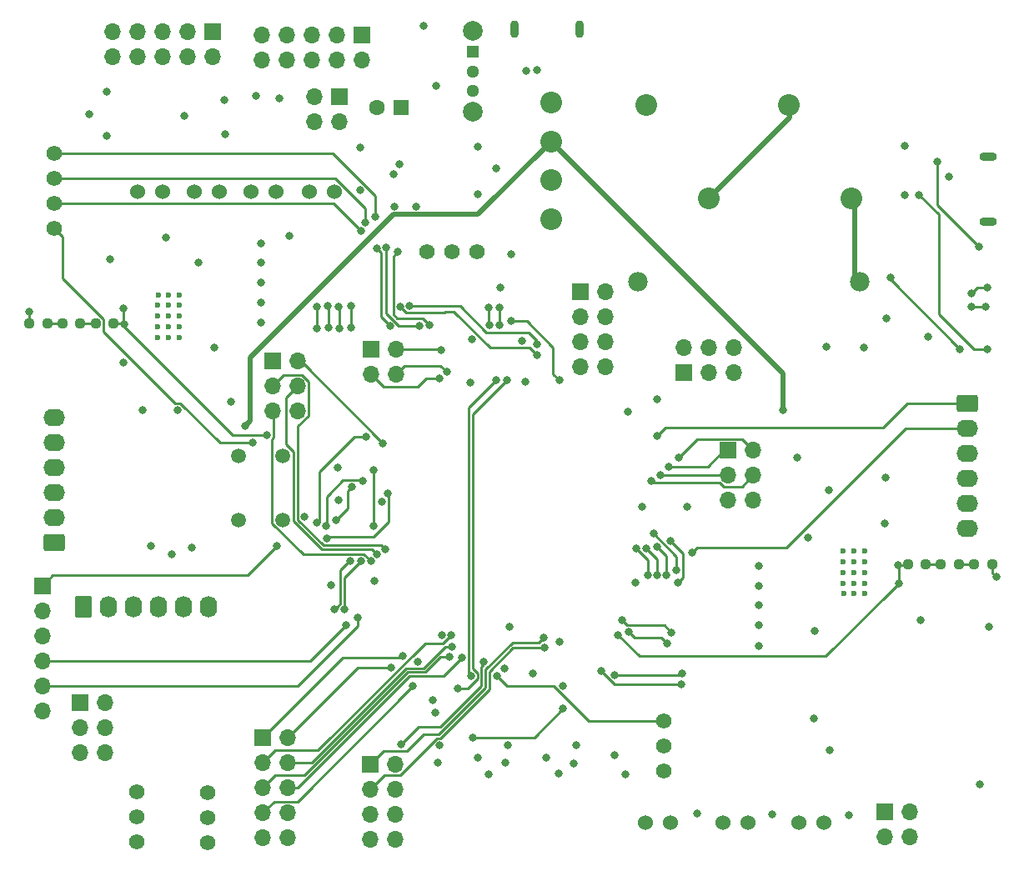
<source format=gbr>
%TF.GenerationSoftware,KiCad,Pcbnew,9.0.2*%
%TF.CreationDate,2025-06-06T13:12:36-07:00*%
%TF.ProjectId,MainBoard,4d61696e-426f-4617-9264-2e6b69636164,0.3*%
%TF.SameCoordinates,Original*%
%TF.FileFunction,Copper,L4,Bot*%
%TF.FilePolarity,Positive*%
%FSLAX46Y46*%
G04 Gerber Fmt 4.6, Leading zero omitted, Abs format (unit mm)*
G04 Created by KiCad (PCBNEW 9.0.2) date 2025-06-06 13:12:36*
%MOMM*%
%LPD*%
G01*
G04 APERTURE LIST*
G04 Aperture macros list*
%AMRoundRect*
0 Rectangle with rounded corners*
0 $1 Rounding radius*
0 $2 $3 $4 $5 $6 $7 $8 $9 X,Y pos of 4 corners*
0 Add a 4 corners polygon primitive as box body*
4,1,4,$2,$3,$4,$5,$6,$7,$8,$9,$2,$3,0*
0 Add four circle primitives for the rounded corners*
1,1,$1+$1,$2,$3*
1,1,$1+$1,$4,$5*
1,1,$1+$1,$6,$7*
1,1,$1+$1,$8,$9*
0 Add four rect primitives between the rounded corners*
20,1,$1+$1,$2,$3,$4,$5,0*
20,1,$1+$1,$4,$5,$6,$7,0*
20,1,$1+$1,$6,$7,$8,$9,0*
20,1,$1+$1,$8,$9,$2,$3,0*%
G04 Aperture macros list end*
%TA.AperFunction,ComponentPad*%
%ADD10O,1.800000X0.900000*%
%TD*%
%TA.AperFunction,ComponentPad*%
%ADD11C,2.209800*%
%TD*%
%TA.AperFunction,ComponentPad*%
%ADD12RoundRect,0.250000X-0.845000X0.620000X-0.845000X-0.620000X0.845000X-0.620000X0.845000X0.620000X0*%
%TD*%
%TA.AperFunction,ComponentPad*%
%ADD13O,2.190000X1.740000*%
%TD*%
%TA.AperFunction,ComponentPad*%
%ADD14C,1.524000*%
%TD*%
%TA.AperFunction,ComponentPad*%
%ADD15C,1.574800*%
%TD*%
%TA.AperFunction,ComponentPad*%
%ADD16RoundRect,0.250000X0.845000X-0.620000X0.845000X0.620000X-0.845000X0.620000X-0.845000X-0.620000X0*%
%TD*%
%TA.AperFunction,ComponentPad*%
%ADD17R,1.700000X1.700000*%
%TD*%
%TA.AperFunction,ComponentPad*%
%ADD18O,1.700000X1.700000*%
%TD*%
%TA.AperFunction,ComponentPad*%
%ADD19C,0.600000*%
%TD*%
%TA.AperFunction,ComponentPad*%
%ADD20R,1.295400X1.295400*%
%TD*%
%TA.AperFunction,ComponentPad*%
%ADD21C,1.295400*%
%TD*%
%TA.AperFunction,ComponentPad*%
%ADD22C,2.000000*%
%TD*%
%TA.AperFunction,ComponentPad*%
%ADD23RoundRect,0.250000X-0.620000X-0.845000X0.620000X-0.845000X0.620000X0.845000X-0.620000X0.845000X0*%
%TD*%
%TA.AperFunction,ComponentPad*%
%ADD24O,1.740000X2.190000*%
%TD*%
%TA.AperFunction,ComponentPad*%
%ADD25C,1.507998*%
%TD*%
%TA.AperFunction,ComponentPad*%
%ADD26R,1.600000X1.600000*%
%TD*%
%TA.AperFunction,ComponentPad*%
%ADD27C,1.600000*%
%TD*%
%TA.AperFunction,ComponentPad*%
%ADD28O,0.900000X1.800000*%
%TD*%
%TA.AperFunction,ComponentPad*%
%ADD29C,1.980000*%
%TD*%
%TA.AperFunction,SMDPad,CuDef*%
%ADD30RoundRect,0.237500X0.250000X0.237500X-0.250000X0.237500X-0.250000X-0.237500X0.250000X-0.237500X0*%
%TD*%
%TA.AperFunction,SMDPad,CuDef*%
%ADD31RoundRect,0.237500X-0.250000X-0.237500X0.250000X-0.237500X0.250000X0.237500X-0.250000X0.237500X0*%
%TD*%
%TA.AperFunction,ViaPad*%
%ADD32C,0.800000*%
%TD*%
%TA.AperFunction,Conductor*%
%ADD33C,0.250000*%
%TD*%
%TA.AperFunction,Conductor*%
%ADD34C,0.500000*%
%TD*%
G04 APERTURE END LIST*
D10*
%TO.P,J9,S6*%
%TO.N,N/C*%
X263900000Y-96700000D03*
%TO.P,J9,S5*%
X263900000Y-103300000D03*
%TD*%
D11*
%TO.P,J5,2,Pin_2*%
%TO.N,Net-(J5-Pin_2)*%
X243650000Y-91460000D03*
%TO.P,J5,1,Pin_1*%
%TO.N,Net-(J5-Pin_1)*%
X250000000Y-100959999D03*
%TD*%
D12*
%TO.P,U11,1,PhaseA*%
%TO.N,/IC1*%
X261800000Y-121800000D03*
D13*
%TO.P,U11,2,PhaseB*%
%TO.N,/IC2*%
X261800000Y-124340000D03*
%TO.P,U11,3,Vcc*%
%TO.N,+3.3V*%
X261800000Y-126880000D03*
%TO.P,U11,4,GND*%
%TO.N,GND*%
X261800000Y-129420000D03*
%TO.P,U11,5,M+*%
%TO.N,Net-(U11-M+)*%
X261800000Y-131960000D03*
%TO.P,U11,6,M-*%
%TO.N,Net-(U11-M-)*%
X261800000Y-134500000D03*
%TD*%
D14*
%TO.P,SW8,1,A*%
%TO.N,+3.3V*%
X189060000Y-100300000D03*
%TO.P,SW8,2,B*%
%TO.N,/Bump2*%
X191600000Y-100300000D03*
%TD*%
D15*
%TO.P,J15,1,Pin_1*%
%TO.N,+3.3V*%
X177450000Y-166350000D03*
%TO.P,J15,2,Pin_2*%
%TO.N,GND*%
X177450000Y-163810000D03*
%TO.P,J15,3,Pin_3*%
%TO.N,/Refl3*%
X177450000Y-161270000D03*
%TD*%
D16*
%TO.P,U12,1,PhaseA*%
%TO.N,/IC3*%
X169100000Y-135890000D03*
D13*
%TO.P,U12,2,PhaseB*%
%TO.N,/IC4*%
X169100000Y-133350000D03*
%TO.P,U12,3,Vcc*%
%TO.N,+3.3V*%
X169100000Y-130810000D03*
%TO.P,U12,4,GND*%
%TO.N,GND*%
X169100000Y-128270000D03*
%TO.P,U12,5,M+*%
%TO.N,Net-(U12-M+)*%
X169100000Y-125730000D03*
%TO.P,U12,6,M-*%
%TO.N,Net-(U12-M-)*%
X169100000Y-123190000D03*
%TD*%
D17*
%TO.P,J1,1,Pin_1*%
%TO.N,Net-(J1-Pin_1)*%
X167850000Y-140300000D03*
D18*
%TO.P,J1,2,Pin_2*%
%TO.N,+3.3V*%
X167850000Y-142840000D03*
%TO.P,J1,3,Pin_3*%
%TO.N,GND*%
X167850000Y-145380000D03*
%TO.P,J1,4,Pin_4*%
%TO.N,Net-(J1-Pin_4)*%
X167850000Y-147920000D03*
%TO.P,J1,5,Pin_5*%
%TO.N,Net-(J1-Pin_5)*%
X167850000Y-150460000D03*
%TO.P,J1,6,Pin_6*%
%TO.N,unconnected-(J1-Pin_6-Pad6)*%
X167850000Y-153000000D03*
%TD*%
D17*
%TO.P,J18,1,Pin_1*%
%TO.N,/SDA2*%
X253360000Y-163300000D03*
D18*
%TO.P,J18,2,Pin_2*%
%TO.N,GND*%
X255900000Y-163300000D03*
%TO.P,J18,3,Pin_3*%
%TO.N,/SCL2*%
X253360000Y-165840000D03*
%TO.P,J18,4,Pin_4*%
%TO.N,GND*%
X255900000Y-165840000D03*
%TD*%
D15*
%TO.P,J14,1,Pin_1*%
%TO.N,+3.3V*%
X184673800Y-166390000D03*
%TO.P,J14,2,Pin_2*%
%TO.N,GND*%
X184673800Y-163850000D03*
%TO.P,J14,3,Pin_3*%
%TO.N,/Refl2*%
X184673800Y-161310000D03*
%TD*%
%TO.P,D8,1,A1*%
%TO.N,Net-(D8-A1)*%
X211990000Y-106376200D03*
%TO.P,D8,2,K*%
%TO.N,GND*%
X209450000Y-106376200D03*
%TO.P,D8,3,A2*%
%TO.N,Net-(D8-A2)*%
X206910000Y-106376200D03*
%TD*%
D17*
%TO.P,J3,1,Pin_1*%
%TO.N,+5V*%
X200300000Y-84360000D03*
D18*
%TO.P,J3,2,Pin_2*%
%TO.N,GND*%
X200300000Y-86900000D03*
%TO.P,J3,3,Pin_3*%
%TO.N,+5V*%
X197760000Y-84360000D03*
%TO.P,J3,4,Pin_4*%
%TO.N,GND*%
X197760000Y-86900000D03*
%TO.P,J3,5,Pin_5*%
%TO.N,+5V*%
X195220000Y-84360000D03*
%TO.P,J3,6,Pin_6*%
%TO.N,GND*%
X195220000Y-86900000D03*
%TO.P,J3,7,Pin_7*%
%TO.N,+5V*%
X192680000Y-84360000D03*
%TO.P,J3,8,Pin_8*%
%TO.N,GND*%
X192680000Y-86900000D03*
%TO.P,J3,9,Pin_9*%
%TO.N,+5V*%
X190140000Y-84360000D03*
%TO.P,J3,10,Pin_10*%
%TO.N,GND*%
X190140000Y-86900000D03*
%TD*%
D19*
%TO.P,U10,29,PAD*%
%TO.N,GND*%
X179600000Y-111799999D03*
X179600000Y-112899999D03*
X179600000Y-113999999D03*
X179600000Y-115100000D03*
X179620000Y-110779999D03*
X180700000Y-110779999D03*
X180700000Y-115100000D03*
X180700003Y-111799999D03*
X180700003Y-112899999D03*
X180700003Y-113999999D03*
X181760000Y-110779999D03*
X181800000Y-111799999D03*
X181800000Y-112899999D03*
X181800000Y-113999999D03*
X181800000Y-115100000D03*
%TD*%
D17*
%TO.P,J21,1,Pin_1*%
%TO.N,/RH15*%
X233010000Y-118650000D03*
D18*
%TO.P,J21,2,Pin_2*%
%TO.N,/RH14*%
X233010000Y-116110000D03*
%TO.P,J21,3,Pin_3*%
%TO.N,/RH13*%
X235550000Y-118650000D03*
%TO.P,J21,4,Pin_4*%
%TO.N,/RH12*%
X235550000Y-116110000D03*
%TO.P,J21,5,Pin_5*%
%TO.N,GND*%
X238090000Y-118650000D03*
%TO.P,J21,6,Pin_6*%
X238090000Y-116110000D03*
%TD*%
D17*
%TO.P,J19,1,Pin_1*%
%TO.N,/SCK4*%
X237510000Y-126560000D03*
D18*
%TO.P,J19,2,Pin_2*%
%TO.N,/SDI4*%
X240050000Y-126560000D03*
%TO.P,J19,3,Pin_3*%
%TO.N,/SS4\u002A*%
X237510000Y-129100000D03*
%TO.P,J19,4,Pin_4*%
%TO.N,/SDO4*%
X240050000Y-129100000D03*
%TO.P,J19,5,Pin_5*%
%TO.N,GND*%
X237510000Y-131640000D03*
%TO.P,J19,6,Pin_6*%
X240050000Y-131640000D03*
%TD*%
D20*
%TO.P,SW2,1,A*%
%TO.N,Net-(J4-VBUS)*%
X211550000Y-86049999D03*
D21*
%TO.P,SW2,2,B*%
%TO.N,+5V*%
X211550000Y-88050000D03*
%TO.P,SW2,3,C*%
%TO.N,unconnected-(SW2-C-Pad3)*%
X211550000Y-90050001D03*
D22*
%TO.P,SW2,4*%
%TO.N,N/C*%
X211550000Y-83949999D03*
%TO.P,SW2,5*%
X211550000Y-92150000D03*
%TD*%
D19*
%TO.P,U13,29,PAD*%
%TO.N,GND*%
X251400000Y-140099999D03*
X251400000Y-138999999D03*
X251400000Y-137899999D03*
X251400000Y-136799998D03*
X251380000Y-141119999D03*
X250300000Y-141119999D03*
X250300000Y-136799998D03*
X250299997Y-140099999D03*
X250299997Y-138999999D03*
X250299997Y-137899999D03*
X249240000Y-141119999D03*
X249200000Y-140099999D03*
X249200000Y-138999999D03*
X249200000Y-137899999D03*
X249200000Y-136799998D03*
%TD*%
D23*
%TO.P,J20,1,Pin_1*%
%TO.N,/SCK2*%
X172055000Y-142450000D03*
D24*
%TO.P,J20,2,Pin_2*%
%TO.N,/SS2\u002A*%
X174595000Y-142450000D03*
%TO.P,J20,3,Pin_3*%
%TO.N,/SDO2*%
X177135000Y-142450000D03*
%TO.P,J20,4,Pin_4*%
%TO.N,/SDI2*%
X179675000Y-142450000D03*
%TO.P,J20,5,Pin_5*%
%TO.N,GND*%
X182215000Y-142450000D03*
%TO.P,J20,6,Pin_6*%
X184755000Y-142450000D03*
%TD*%
D17*
%TO.P,J8,1,Pin_1*%
%TO.N,/SCK3*%
X201160000Y-158430000D03*
D18*
%TO.P,J8,2,Pin_2*%
%TO.N,/SDO3*%
X203700000Y-158430000D03*
%TO.P,J8,3,Pin_3*%
%TO.N,/SS3\u002A*%
X201160000Y-160970000D03*
%TO.P,J8,4,Pin_4*%
%TO.N,/SDI3*%
X203700000Y-160970000D03*
%TO.P,J8,5,Pin_5*%
%TO.N,GND*%
X201160000Y-163510000D03*
%TO.P,J8,6,Pin_6*%
X203700000Y-163510000D03*
%TO.P,J8,7,Pin_7*%
%TO.N,/U4RX*%
X201160000Y-166050000D03*
%TO.P,J8,8,Pin_8*%
%TO.N,/U4TX*%
X203700000Y-166050000D03*
%TD*%
D17*
%TO.P,J2,1,Pin_1*%
%TO.N,Net-(J2-Pin_1)*%
X185140000Y-84060000D03*
D18*
%TO.P,J2,2,Pin_2*%
%TO.N,GND*%
X185140000Y-86600000D03*
%TO.P,J2,3,Pin_3*%
%TO.N,Net-(J2-Pin_1)*%
X182600000Y-84060000D03*
%TO.P,J2,4,Pin_4*%
%TO.N,GND*%
X182600000Y-86600000D03*
%TO.P,J2,5,Pin_5*%
%TO.N,Net-(J2-Pin_1)*%
X180060000Y-84060000D03*
%TO.P,J2,6,Pin_6*%
%TO.N,GND*%
X180060000Y-86600000D03*
%TO.P,J2,7,Pin_7*%
%TO.N,Net-(J2-Pin_1)*%
X177520000Y-84060000D03*
%TO.P,J2,8,Pin_8*%
%TO.N,GND*%
X177520000Y-86600000D03*
%TO.P,J2,9,Pin_9*%
%TO.N,Net-(J2-Pin_1)*%
X174980000Y-84060000D03*
%TO.P,J2,10,Pin_10*%
%TO.N,GND*%
X174980000Y-86600000D03*
%TD*%
D17*
%TO.P,J23,1,Pin_1*%
%TO.N,/U5TX*%
X171660000Y-152150000D03*
D18*
%TO.P,J23,2,Pin_2*%
%TO.N,/U5RX*%
X174200000Y-152150000D03*
%TO.P,J23,3,Pin_3*%
%TO.N,/U6TX*%
X171660000Y-154690000D03*
%TO.P,J23,4,Pin_4*%
%TO.N,/U6RX*%
X174200000Y-154690000D03*
%TO.P,J23,5,Pin_5*%
%TO.N,GND*%
X171660000Y-157230000D03*
%TO.P,J23,6,Pin_6*%
X174200000Y-157230000D03*
%TD*%
D14*
%TO.P,SW6,1,1*%
%TO.N,+3.3V*%
X231610128Y-164351200D03*
%TO.P,SW6,2,2*%
%TO.N,/Switch1*%
X229070128Y-164351200D03*
%TD*%
%TO.P,SW10,1,A*%
%TO.N,+3.3V*%
X177510000Y-100300000D03*
%TO.P,SW10,2,B*%
%TO.N,/Bump4*%
X180050000Y-100300000D03*
%TD*%
%TO.P,SW4,1,1*%
%TO.N,+3.3V*%
X239490128Y-164375000D03*
%TO.P,SW4,2,2*%
%TO.N,/Switch2*%
X236950128Y-164375000D03*
%TD*%
%TO.P,SW5,1,1*%
%TO.N,+3.3V*%
X247230128Y-164375000D03*
%TO.P,SW5,2,2*%
%TO.N,/Switch3*%
X244690128Y-164375000D03*
%TD*%
D17*
%TO.P,J25,1,Pin_1*%
%TO.N,/RE4*%
X201250000Y-116275000D03*
D18*
%TO.P,J25,2,Pin_2*%
%TO.N,/RE1*%
X203790000Y-116275000D03*
%TO.P,J25,3,Pin_3*%
%TO.N,/RG12*%
X201250000Y-118815000D03*
%TO.P,J25,4,Pin_4*%
%TO.N,/RG14*%
X203790000Y-118815000D03*
%TD*%
D25*
%TO.P,SW1,1*%
%TO.N,GND*%
X192300001Y-127099998D03*
%TO.P,SW1,2*%
%TO.N,N/C*%
X192300001Y-133600000D03*
%TO.P,SW1,3*%
X187800000Y-127099998D03*
%TO.P,SW1,4*%
%TO.N,Net-(C1-Pad1)*%
X187800000Y-133600000D03*
%TD*%
D17*
%TO.P,J26,1,Pin_1*%
%TO.N,+3.3V*%
X222460000Y-110400000D03*
D18*
%TO.P,J26,2,Pin_2*%
%TO.N,GND*%
X225000000Y-110400000D03*
%TO.P,J26,3,Pin_3*%
%TO.N,/IMU_INT2*%
X222460000Y-112940000D03*
%TO.P,J26,4,Pin_4*%
%TO.N,/SCK1*%
X225000000Y-112940000D03*
%TO.P,J26,5,Pin_5*%
%TO.N,/IMU_INT1*%
X222460000Y-115480000D03*
%TO.P,J26,6,Pin_6*%
%TO.N,/SS1\u002A*%
X225000000Y-115480000D03*
%TO.P,J26,7,Pin_7*%
%TO.N,/SDO1*%
X222460000Y-118020000D03*
%TO.P,J26,8,Pin_8*%
%TO.N,/SDI1*%
X225000000Y-118020000D03*
%TD*%
D11*
%TO.P,SW3,1,1*%
%TO.N,+5V*%
X219500000Y-103087200D03*
%TO.P,SW3,2,2*%
%TO.N,Net-(J4-VBUS)*%
X219500000Y-99124800D03*
%TO.P,SW3,3,3*%
%TO.N,Vdrive*%
X219500000Y-95162400D03*
%TO.P,SW3,4,4*%
%TO.N,Net-(F1-Pad1)*%
X219500000Y-91200000D03*
%TD*%
D26*
%TO.P,C15,1*%
%TO.N,+5V*%
X204305113Y-91700000D03*
D27*
%TO.P,C15,2*%
%TO.N,GND*%
X201805113Y-91700000D03*
%TD*%
D28*
%TO.P,J4,S5*%
%TO.N,N/C*%
X222400000Y-83800000D03*
%TO.P,J4,S6*%
X215800000Y-83800000D03*
%TD*%
D29*
%TO.P,F1,1*%
%TO.N,Net-(F1-Pad1)*%
X228350000Y-109400000D03*
%TO.P,F1,2*%
%TO.N,Net-(J5-Pin_1)*%
X250850000Y-109400000D03*
%TD*%
D15*
%TO.P,J13,1,Pin_1*%
%TO.N,+3.3V*%
X230973800Y-159140000D03*
%TO.P,J13,2,Pin_2*%
%TO.N,GND*%
X230973800Y-156600000D03*
%TO.P,J13,3,Pin_3*%
%TO.N,/Refl1*%
X230973800Y-154060000D03*
%TD*%
D14*
%TO.P,SW9,1,A*%
%TO.N,+3.3V*%
X183310000Y-100300000D03*
%TO.P,SW9,2,B*%
%TO.N,/Bump3*%
X185850000Y-100300000D03*
%TD*%
D11*
%TO.P,J6,1,Pin_1*%
%TO.N,Net-(J5-Pin_2)*%
X235500000Y-101000000D03*
%TO.P,J6,2,Pin_2*%
%TO.N,GND*%
X229150000Y-91500001D03*
%TD*%
D14*
%TO.P,SW7,1,A*%
%TO.N,+3.3V*%
X195000000Y-100300000D03*
%TO.P,SW7,2,B*%
%TO.N,/Bump1*%
X197540000Y-100300000D03*
%TD*%
D15*
%TO.P,J24,1,Pin_1*%
%TO.N,/U2TX*%
X169100000Y-104000000D03*
%TO.P,J24,2,Pin_2*%
%TO.N,/U2RX*%
X169100000Y-101460000D03*
%TO.P,J24,3,Pin_3*%
%TO.N,/GPS_Reset*%
X169100000Y-98920000D03*
%TO.P,J24,4,Pin_4*%
%TO.N,/GPS_INT*%
X169100000Y-96380000D03*
%TD*%
D17*
%TO.P,J7,1,Pin_1*%
%TO.N,/RA9*%
X190250000Y-155740000D03*
D18*
%TO.P,J7,2,Pin_2*%
%TO.N,/RA10*%
X192790000Y-155740000D03*
%TO.P,J7,3,Pin_3*%
%TO.N,/RH0*%
X190250000Y-158280000D03*
%TO.P,J7,4,Pin_4*%
%TO.N,/RH1*%
X192790000Y-158280000D03*
%TO.P,J7,5,Pin_5*%
%TO.N,/RH2*%
X190250000Y-160820000D03*
%TO.P,J7,6,Pin_6*%
%TO.N,/RH3*%
X192790000Y-160820000D03*
%TO.P,J7,7,Pin_7*%
%TO.N,/RB8*%
X190250000Y-163360000D03*
%TO.P,J7,8,Pin_8*%
%TO.N,/RK1*%
X192790000Y-163360000D03*
%TO.P,J7,9,Pin_9*%
%TO.N,/RK2*%
X190250000Y-165900000D03*
%TO.P,J7,10,Pin_10*%
%TO.N,/RK3*%
X192790000Y-165900000D03*
%TD*%
D17*
%TO.P,J16,1,Pin_1*%
%TO.N,/RE7*%
X191210000Y-117510000D03*
D18*
%TO.P,J16,2,Pin_2*%
%TO.N,/RJ8*%
X193750000Y-117510000D03*
%TO.P,J16,3,Pin_3*%
%TO.N,/RJ13*%
X191210000Y-120050000D03*
%TO.P,J16,4,Pin_4*%
%TO.N,/RJ14*%
X193750000Y-120050000D03*
%TO.P,J16,5,Pin_5*%
%TO.N,/RJ15*%
X191210000Y-122590000D03*
%TO.P,J16,6,Pin_6*%
%TO.N,GND*%
X193750000Y-122590000D03*
%TD*%
D17*
%TO.P,J22,1,Pin_1*%
%TO.N,/U3TX*%
X198050000Y-90650000D03*
D18*
%TO.P,J22,2,Pin_2*%
%TO.N,GND*%
X198050000Y-93190000D03*
%TO.P,J22,3,Pin_3*%
%TO.N,/U3RX*%
X195510000Y-90650000D03*
%TO.P,J22,4,Pin_4*%
%TO.N,GND*%
X195510000Y-93190000D03*
%TD*%
D30*
%TO.P,R49,1*%
%TO.N,Net-(R49-Pad1)*%
X260925000Y-138125000D03*
%TO.P,R49,2*%
%TO.N,Net-(R36-Pad1)*%
X259100000Y-138125000D03*
%TD*%
D31*
%TO.P,R26,1*%
%TO.N,Net-(R26-Pad1)*%
X173275000Y-113700000D03*
%TO.P,R26,2*%
%TO.N,/MotorCurrent1*%
X175100000Y-113700000D03*
%TD*%
D30*
%TO.P,R36,1*%
%TO.N,Net-(R36-Pad1)*%
X257562500Y-138125000D03*
%TO.P,R36,2*%
%TO.N,/MotorCurrent2*%
X255737500Y-138125000D03*
%TD*%
D31*
%TO.P,R47,1*%
%TO.N,Net-(R47-Pad1)*%
X169900000Y-113700000D03*
%TO.P,R47,2*%
%TO.N,Net-(R26-Pad1)*%
X171725000Y-113700000D03*
%TD*%
%TO.P,R48,1*%
%TO.N,GND*%
X166525000Y-113700000D03*
%TO.P,R48,2*%
%TO.N,Net-(R47-Pad1)*%
X168350000Y-113700000D03*
%TD*%
D30*
%TO.P,R50,1*%
%TO.N,GND*%
X264300000Y-138125000D03*
%TO.P,R50,2*%
%TO.N,Net-(R49-Pad1)*%
X262475000Y-138125000D03*
%TD*%
D32*
%TO.N,Net-(D9-K)*%
X263800000Y-110000000D03*
X262200000Y-110600000D03*
%TO.N,GND*%
X259900000Y-98750000D03*
X257800000Y-115000000D03*
X253600000Y-113130000D03*
%TO.N,+3.3V*%
X261050354Y-116250353D03*
X254000000Y-109000000D03*
X255400000Y-95600000D03*
X255400000Y-100600000D03*
%TO.N,Net-(D9-A)*%
X258700000Y-97200000D03*
X263000000Y-105900000D03*
%TO.N,Net-(D10-K)*%
X262200500Y-112000000D03*
X263600000Y-112000000D03*
%TO.N,Net-(D10-A)*%
X256900000Y-100600000D03*
X263800000Y-116300000D03*
%TO.N,GND*%
X247500000Y-116000000D03*
X183050000Y-136400000D03*
X208200000Y-156500000D03*
X202310556Y-131798056D03*
X216925501Y-119600000D03*
X215100000Y-156500000D03*
X176100000Y-117650000D03*
X215258526Y-144491472D03*
X220400333Y-145999667D03*
X212100000Y-100500000D03*
X213900000Y-97900000D03*
X197859787Y-128309787D03*
X187000000Y-121600000D03*
X247800000Y-157000000D03*
X225994063Y-157486643D03*
X222100000Y-156500000D03*
X217700000Y-149250000D03*
X253500000Y-129300000D03*
X192950000Y-104750000D03*
X257050000Y-143825500D03*
X251300000Y-116100000D03*
X247700000Y-130600000D03*
X180400000Y-104900000D03*
X244500000Y-127300000D03*
X186400000Y-94400000D03*
X181034787Y-137084787D03*
X172600000Y-92400000D03*
X249790128Y-163575000D03*
X166525000Y-112500000D03*
X189575000Y-90550000D03*
X174750000Y-107150000D03*
X218100000Y-87900000D03*
X191950000Y-90800000D03*
X246300000Y-144900000D03*
X263950000Y-144450000D03*
X201562500Y-139850000D03*
X241990128Y-163525000D03*
X217000000Y-88000000D03*
X263050000Y-160500000D03*
X253400000Y-134000000D03*
X183750000Y-107450000D03*
X204100000Y-97500000D03*
X178050000Y-122450000D03*
X206600000Y-83475000D03*
X174400000Y-90100000D03*
X181600000Y-122450000D03*
X207500000Y-151950000D03*
X174400000Y-94600000D03*
X186300000Y-91000000D03*
X219000000Y-157800000D03*
X211300000Y-119700000D03*
X178900000Y-136250000D03*
X264700000Y-139425000D03*
X182300000Y-92600000D03*
X228776944Y-132276944D03*
X200100000Y-95800000D03*
X200100000Y-100100000D03*
X212100000Y-95700000D03*
X228050000Y-140000000D03*
X208426944Y-145326944D03*
X212100000Y-157800000D03*
X234340128Y-163475000D03*
X227336051Y-122636051D03*
%TO.N,+3.3V*%
X194500000Y-133300000D03*
X245600000Y-135400000D03*
X216600000Y-115400000D03*
X213200000Y-159500000D03*
X240600000Y-146400000D03*
X240600000Y-142300000D03*
X240600000Y-144300000D03*
X190100000Y-111550000D03*
X214900000Y-158300000D03*
X240600000Y-138300000D03*
X207800000Y-89500000D03*
X190050000Y-107500000D03*
X230300000Y-121400000D03*
X203500000Y-98500000D03*
X190100000Y-113550000D03*
X205950000Y-148000000D03*
X205800000Y-101800000D03*
X208000000Y-158300000D03*
X185300000Y-116100000D03*
X240600000Y-140300000D03*
X214800356Y-148700351D03*
X190050000Y-109550000D03*
X220300000Y-159400000D03*
X190100000Y-105500000D03*
X197200000Y-140213420D03*
X203600000Y-101800000D03*
X246200000Y-153800000D03*
X227100000Y-159500000D03*
X220700000Y-150450000D03*
X214350000Y-110050000D03*
X207750000Y-153162500D03*
X197900000Y-131650000D03*
X211500000Y-115300000D03*
X221800000Y-158400000D03*
X215485556Y-106664444D03*
X233300000Y-132250000D03*
%TO.N,Net-(J1-Pin_1)*%
X191650000Y-136275000D03*
%TO.N,Net-(J1-Pin_4)*%
X198700000Y-144309814D03*
%TO.N,Net-(J1-Pin_5)*%
X199875000Y-143525000D03*
%TO.N,/RB8*%
X205500000Y-150500000D03*
%TO.N,/Refl1*%
X214000000Y-149450000D03*
%TO.N,/Refl2*%
X198499503Y-142700000D03*
X200200000Y-137775000D03*
%TO.N,/Refl3*%
X197550000Y-142700000D03*
X199100000Y-137775000D03*
%TO.N,/SDA2*%
X232389694Y-140018292D03*
X231653888Y-135796112D03*
%TO.N,/SCL2*%
X229926944Y-135023056D03*
X232250000Y-138700000D03*
%TO.N,/RH0*%
X209401731Y-145306046D03*
%TO.N,/RH1*%
X209439127Y-146514762D03*
%TO.N,/RJ13*%
X202657370Y-136624500D03*
%TO.N,/RH2*%
X209200000Y-147550000D03*
%TO.N,/RJ14*%
X201821956Y-137075764D03*
%TO.N,/RH3*%
X210450000Y-147600000D03*
%TO.N,/RJ15*%
X201239950Y-137825980D03*
%TO.N,/U2TX*%
X189250000Y-125800000D03*
%TO.N,/U2RX*%
X203166055Y-113933945D03*
X200200000Y-104250000D03*
X201800000Y-106050000D03*
%TO.N,/U3TX*%
X205150000Y-111900000D03*
X218100000Y-115800000D03*
%TO.N,/U3RX*%
X218100000Y-116900000D03*
X204202910Y-111967649D03*
%TO.N,/RA9*%
X204430444Y-147480444D03*
%TO.N,/RA10*%
X203280444Y-148630444D03*
%TO.N,/U6TX*%
X201450000Y-134250000D03*
X201510340Y-128575500D03*
%TO.N,/Switch1*%
X228165980Y-136525500D03*
X229350000Y-139250000D03*
%TO.N,/RG12*%
X208209423Y-119227463D03*
%TO.N,/RG14*%
X208900000Y-118575000D03*
%TO.N,/SCK3*%
X218724501Y-145550000D03*
%TO.N,/SDO3*%
X212650000Y-148000000D03*
X204300000Y-156400000D03*
%TO.N,/SS3\u002A*%
X218850000Y-146600000D03*
%TO.N,/RE1*%
X208325000Y-116350000D03*
%TO.N,/SCK4*%
X231450000Y-128200000D03*
%TO.N,/SDO4*%
X229650000Y-129700000D03*
%TO.N,/Switch2*%
X230300000Y-139250000D03*
X229200000Y-136525500D03*
%TO.N,/Switch3*%
X230300000Y-136350000D03*
X231249503Y-139250000D03*
%TO.N,/SS4\u002A*%
X230596809Y-129043540D03*
%TO.N,/SDI4*%
X232457370Y-127307370D03*
%TO.N,/SDO5*%
X211359787Y-149459786D03*
X213924500Y-119400000D03*
%TO.N,/SDI5*%
X215050000Y-119400000D03*
X210051906Y-150710761D03*
%TO.N,/SCK6*%
X232850000Y-149250000D03*
X225975500Y-149396660D03*
%TO.N,/SDO6*%
X231750000Y-145050000D03*
X226701000Y-143800000D03*
%TO.N,/SS6\u002A*%
X224612476Y-148987524D03*
X232700000Y-150350000D03*
%TO.N,/SDI6*%
X227375500Y-144974500D03*
X231324500Y-146200000D03*
%TO.N,/SCK2*%
X196674032Y-134197201D03*
X200400000Y-129675500D03*
%TO.N,/SDI2*%
X197699266Y-133672527D03*
X199300000Y-130274500D03*
%TO.N,/SDO2*%
X202900000Y-130924501D03*
X196775868Y-135532616D03*
%TO.N,/IC2*%
X233850000Y-136925500D03*
%TO.N,/IC3*%
X195767244Y-133915616D03*
X200700000Y-125150000D03*
%TO.N,/IC1*%
X230299527Y-125075500D03*
%TO.N,/Bump1*%
X199200000Y-111850000D03*
X199200000Y-114075000D03*
%TO.N,/Bump2*%
X197950000Y-111950000D03*
X198000000Y-114125000D03*
%TO.N,/Bump3*%
X196900000Y-114100000D03*
X196875000Y-111900000D03*
%TO.N,/Bump4*%
X195750000Y-111950000D03*
X195700000Y-114150000D03*
%TO.N,/LED2*%
X211600000Y-155700000D03*
X220719870Y-152769870D03*
%TO.N,/GPS_INT*%
X207175000Y-113824500D03*
X201700000Y-102850000D03*
X203950000Y-106400000D03*
%TO.N,/GPS_Reset*%
X200650000Y-103400000D03*
X206175000Y-113875000D03*
X202800000Y-105950000D03*
%TO.N,/Status_Yellow*%
X214250000Y-113824500D03*
X214250000Y-112025500D03*
%TO.N,/Status_Green*%
X213250000Y-113824500D03*
X213200000Y-112025500D03*
%TO.N,Vdrive*%
X188450000Y-124100000D03*
X243100000Y-122500000D03*
%TO.N,/MotorCurrent1*%
X176125000Y-112100500D03*
X176175000Y-113725500D03*
X190673056Y-124973056D03*
%TO.N,/MotorCurrent2*%
X254773435Y-138174498D03*
X254800000Y-140100000D03*
X226324500Y-145300000D03*
%TO.N,/Dir2*%
X220339194Y-119414695D03*
X215459674Y-113413562D03*
%TO.N,/RJ8*%
X202460933Y-125864821D03*
%TD*%
D33*
%TO.N,+3.3V*%
X261050354Y-116250353D02*
X254000000Y-109199999D01*
X254000000Y-109199999D02*
X254000000Y-109000000D01*
%TO.N,Net-(D9-K)*%
X262800000Y-110000000D02*
X262200000Y-110600000D01*
X263800000Y-110000000D02*
X262800000Y-110000000D01*
%TO.N,Net-(D10-K)*%
X262200500Y-112000000D02*
X263600000Y-112000000D01*
%TO.N,Net-(D10-A)*%
X258900000Y-102600000D02*
X258900000Y-112754595D01*
X258900000Y-112754595D02*
X262445405Y-116300000D01*
X262445405Y-116300000D02*
X263800000Y-116300000D01*
X256900000Y-100600000D02*
X258900000Y-102600000D01*
%TO.N,Net-(D9-A)*%
X258700000Y-101600000D02*
X263000000Y-105900000D01*
X258700000Y-97200000D02*
X258700000Y-101600000D01*
%TO.N,/IC1*%
X255695000Y-121800000D02*
X261800000Y-121800000D01*
X253245000Y-124250000D02*
X255695000Y-121800000D01*
X231125027Y-124250000D02*
X253245000Y-124250000D01*
X230299527Y-125075500D02*
X231125027Y-124250000D01*
%TO.N,/IC2*%
X243420000Y-136400000D02*
X255480000Y-124340000D01*
X234375500Y-136400000D02*
X243420000Y-136400000D01*
X233850000Y-136925500D02*
X234375500Y-136400000D01*
X255480000Y-124340000D02*
X261800000Y-124340000D01*
%TO.N,GND*%
X166525000Y-112500000D02*
X166525000Y-113700000D01*
X264300000Y-138125000D02*
X264300000Y-139025000D01*
X264300000Y-139025000D02*
X264700000Y-139425000D01*
%TO.N,Net-(J1-Pin_1)*%
X167850000Y-140300000D02*
X168905000Y-139245000D01*
X168905000Y-139245000D02*
X188680000Y-139245000D01*
X188680000Y-139245000D02*
X191650000Y-136275000D01*
%TO.N,Net-(J1-Pin_4)*%
X167850000Y-147920000D02*
X195089814Y-147920000D01*
X195089814Y-147920000D02*
X198700000Y-144309814D01*
%TO.N,Net-(J1-Pin_5)*%
X199875000Y-144375000D02*
X193790000Y-150460000D01*
X193790000Y-150460000D02*
X167850000Y-150460000D01*
X199875000Y-143525000D02*
X199875000Y-144375000D01*
%TO.N,/RB8*%
X193766000Y-162234000D02*
X205500000Y-150500000D01*
X191376000Y-162234000D02*
X193766000Y-162234000D01*
X190250000Y-163360000D02*
X191376000Y-162234000D01*
%TO.N,/Refl1*%
X215050000Y-150500000D02*
X219795405Y-150500000D01*
X223355405Y-154060000D02*
X230973800Y-154060000D01*
X214000000Y-149450000D02*
X215050000Y-150500000D01*
X219795405Y-150500000D02*
X223355405Y-154060000D01*
%TO.N,/Refl2*%
X198499503Y-139500497D02*
X198499503Y-142700000D01*
X200200000Y-137800000D02*
X198499503Y-139500497D01*
X200200000Y-137775000D02*
X200200000Y-137800000D01*
%TO.N,/Refl3*%
X198099503Y-142145405D02*
X197824503Y-142420405D01*
X197824503Y-142420405D02*
X197824503Y-142425497D01*
X197824503Y-142425497D02*
X197550000Y-142700000D01*
X199025000Y-137775000D02*
X198099503Y-138700497D01*
X199100000Y-137775000D02*
X199025000Y-137775000D01*
X198099503Y-138700497D02*
X198099503Y-142145405D01*
%TO.N,/SDA2*%
X232925000Y-139482986D02*
X232389694Y-140018292D01*
X231653888Y-135796112D02*
X232925000Y-137067224D01*
X232925000Y-137067224D02*
X232925000Y-139482986D01*
%TO.N,/SCL2*%
X232250000Y-137346112D02*
X229926944Y-135023056D01*
X232250000Y-138700000D02*
X232250000Y-137346112D01*
%TO.N,/RH0*%
X208548196Y-146159581D02*
X206740419Y-146159581D01*
X191480000Y-157050000D02*
X190720000Y-157810000D01*
X195850000Y-157050000D02*
X191480000Y-157050000D01*
X206740419Y-146159581D02*
X195850000Y-157050000D01*
X209401731Y-145306046D02*
X208548196Y-146159581D01*
%TO.N,/RH1*%
X195185686Y-158280000D02*
X193220000Y-158280000D01*
X204790686Y-148675000D02*
X195185686Y-158280000D01*
X208758701Y-146514762D02*
X206598463Y-148675000D01*
X209439127Y-146514762D02*
X208758701Y-146514762D01*
X206598463Y-148675000D02*
X204790686Y-148675000D01*
%TO.N,/RJ13*%
X196407616Y-136207616D02*
X193825000Y-133625000D01*
X202232870Y-136200000D02*
X197063079Y-136200000D01*
X193825000Y-133625000D02*
X193825000Y-124105991D01*
X192335000Y-118925000D02*
X191210000Y-120050000D01*
X202657370Y-136624500D02*
X202232870Y-136200000D01*
X197055463Y-136207616D02*
X196407616Y-136207616D01*
X194215991Y-118925000D02*
X192335000Y-118925000D01*
X194875000Y-119584009D02*
X194215991Y-118925000D01*
X193825000Y-124105991D02*
X194875000Y-123055991D01*
X197063079Y-136200000D02*
X197055463Y-136207616D01*
X194875000Y-123055991D02*
X194875000Y-119584009D01*
%TO.N,/RH2*%
X191520000Y-159550000D02*
X190250000Y-160820000D01*
X208289149Y-147550000D02*
X206764148Y-149075000D01*
X194481372Y-159550000D02*
X191520000Y-159550000D01*
X204956372Y-149075000D02*
X194481372Y-159550000D01*
X206764148Y-149075000D02*
X204956372Y-149075000D01*
X209200000Y-147550000D02*
X208289149Y-147550000D01*
%TO.N,/RJ14*%
X197221148Y-136607616D02*
X196241931Y-136607616D01*
X196241931Y-136607616D02*
X193329000Y-133694685D01*
X193329000Y-133694685D02*
X193329000Y-126673772D01*
X193329000Y-126673772D02*
X192625000Y-125969772D01*
X197228764Y-136600000D02*
X197221148Y-136607616D01*
X201821956Y-137075764D02*
X201346192Y-136600000D01*
X192625000Y-125969772D02*
X192625000Y-121175000D01*
X192625000Y-121175000D02*
X193750000Y-120050000D01*
X201346192Y-136600000D02*
X197228764Y-136600000D01*
%TO.N,/RH3*%
X208575000Y-149475000D02*
X210450000Y-147600000D01*
X193777058Y-160820000D02*
X205122058Y-149475000D01*
X205122058Y-149475000D02*
X208575000Y-149475000D01*
X193220000Y-160820000D02*
X193777058Y-160820000D01*
%TO.N,/RJ15*%
X191200354Y-125400353D02*
X191348056Y-125252651D01*
X200514470Y-137100500D02*
X194345276Y-137100500D01*
X201239950Y-137825980D02*
X200514470Y-137100500D01*
X194345276Y-137100500D02*
X191200354Y-133955578D01*
X191200354Y-133955578D02*
X191200354Y-125400353D01*
X191348056Y-125252651D02*
X191348056Y-122728056D01*
%TO.N,/U2TX*%
X169950000Y-104850000D02*
X169950000Y-109125000D01*
X174075000Y-114500000D02*
X181350000Y-121775000D01*
X181879595Y-121775000D02*
X185904595Y-125800000D01*
X174075000Y-113250000D02*
X174075000Y-114500000D01*
X181350000Y-121775000D02*
X181879595Y-121775000D01*
X185904595Y-125800000D02*
X189250000Y-125800000D01*
X169100000Y-104000000D02*
X169950000Y-104850000D01*
X169950000Y-109125000D02*
X174075000Y-113250000D01*
%TO.N,/U2RX*%
X169100000Y-101460000D02*
X197410000Y-101460000D01*
X197410000Y-101460000D02*
X200200000Y-104250000D01*
X202250000Y-113017890D02*
X202250000Y-106500000D01*
X202250000Y-106500000D02*
X201800000Y-106050000D01*
X203166055Y-113933945D02*
X202250000Y-113017890D01*
%TO.N,/U3TX*%
X217250000Y-114550000D02*
X212950000Y-114550000D01*
X218100000Y-115400000D02*
X217250000Y-114550000D01*
X218100000Y-115800000D02*
X218100000Y-115400000D01*
X212950000Y-114550000D02*
X210300000Y-111900000D01*
X210300000Y-111900000D02*
X205150000Y-111900000D01*
%TO.N,/U3RX*%
X208725000Y-112575000D02*
X204810261Y-112575000D01*
X204810261Y-112575000D02*
X204202910Y-111967649D01*
X209654595Y-112500000D02*
X208800000Y-112500000D01*
X208800000Y-112500000D02*
X208725000Y-112575000D01*
X213304595Y-116150000D02*
X209654595Y-112500000D01*
X218100000Y-116900000D02*
X217350000Y-116150000D01*
X217350000Y-116150000D02*
X213304595Y-116150000D01*
%TO.N,/RA9*%
X204430444Y-147480444D02*
X204310888Y-147600000D01*
X198390000Y-147600000D02*
X190720000Y-155270000D01*
X204310888Y-147600000D02*
X198390000Y-147600000D01*
%TO.N,/RA10*%
X199880000Y-148650000D02*
X193260000Y-155270000D01*
X203260888Y-148650000D02*
X199880000Y-148650000D01*
X203280444Y-148630444D02*
X203260888Y-148650000D01*
%TO.N,/U6TX*%
X201510340Y-128575500D02*
X201500000Y-128585840D01*
X201500000Y-134200000D02*
X201450000Y-134250000D01*
X201500000Y-128585840D02*
X201500000Y-134200000D01*
%TO.N,/Switch1*%
X229350000Y-137709520D02*
X229350000Y-139250000D01*
X228165980Y-136525500D02*
X229350000Y-137709520D01*
%TO.N,/RG12*%
X206847537Y-119227463D02*
X205975000Y-120100000D01*
X208209423Y-119227463D02*
X206847537Y-119227463D01*
X205975000Y-120100000D02*
X202525000Y-120100000D01*
X202525000Y-120100000D02*
X201250000Y-118825000D01*
%TO.N,/RG14*%
X208290000Y-117965000D02*
X208900000Y-118575000D01*
X203790000Y-118815000D02*
X204640000Y-117965000D01*
X204640000Y-117965000D02*
X208290000Y-117965000D01*
%TO.N,/SCK3*%
X204900000Y-157100000D02*
X202490000Y-157100000D01*
X212834787Y-148815213D02*
X212834787Y-150699526D01*
X218724501Y-145550000D02*
X218224501Y-146050000D01*
X215600000Y-146050000D02*
X212834787Y-148815213D01*
X202490000Y-157100000D02*
X201160000Y-158430000D01*
X206575000Y-155425000D02*
X204900000Y-157100000D01*
X208109314Y-155425000D02*
X206575000Y-155425000D01*
X218224501Y-146050000D02*
X215600000Y-146050000D01*
X212834787Y-150699526D02*
X208109314Y-155425000D01*
%TO.N,/SDO3*%
X206100000Y-154600000D02*
X204300000Y-156400000D01*
X208300000Y-154600000D02*
X206100000Y-154600000D01*
X212434787Y-148528502D02*
X212434787Y-150465213D01*
X212650000Y-148313289D02*
X212434787Y-148528502D01*
X212434787Y-150465213D02*
X208300000Y-154600000D01*
X212650000Y-148000000D02*
X212650000Y-148313289D01*
%TO.N,/SS3\u002A*%
X215650000Y-146600000D02*
X213234787Y-149015213D01*
X207920405Y-155825000D02*
X204190405Y-159555000D01*
X218850000Y-146600000D02*
X215650000Y-146600000D01*
X208275000Y-155825000D02*
X207920405Y-155825000D01*
X213234787Y-149015213D02*
X213234787Y-150865211D01*
X202575000Y-159555000D02*
X201160000Y-160970000D01*
X213234787Y-150865211D02*
X208275000Y-155825000D01*
X204190405Y-159555000D02*
X202575000Y-159555000D01*
%TO.N,/RE1*%
X203790000Y-116275000D02*
X208250000Y-116275000D01*
X208250000Y-116275000D02*
X208325000Y-116350000D01*
%TO.N,/SCK4*%
X235450000Y-128200000D02*
X237090000Y-126560000D01*
X231450000Y-128200000D02*
X235450000Y-128200000D01*
%TO.N,/SDO4*%
X229650000Y-129700000D02*
X229750000Y-129800000D01*
X236619009Y-129800000D02*
X237044009Y-130225000D01*
X229750000Y-129800000D02*
X236619009Y-129800000D01*
X238925000Y-130225000D02*
X240050000Y-129100000D01*
X237044009Y-130225000D02*
X238925000Y-130225000D01*
%TO.N,/Switch2*%
X230300000Y-137625500D02*
X230300000Y-139250000D01*
X229200000Y-136525500D02*
X230300000Y-137625500D01*
%TO.N,/Switch3*%
X231249503Y-139250000D02*
X231249503Y-137299503D01*
X231249503Y-137299503D02*
X230300000Y-136350000D01*
%TO.N,/SS4\u002A*%
X230596809Y-129043540D02*
X230653269Y-129100000D01*
X230653269Y-129100000D02*
X237510000Y-129100000D01*
%TO.N,/SDI4*%
X234329740Y-125435000D02*
X238925000Y-125435000D01*
X232457370Y-127307370D02*
X234329740Y-125435000D01*
X238925000Y-125435000D02*
X240050000Y-126560000D01*
%TO.N,/SDO5*%
X211125000Y-149224999D02*
X211125000Y-122199500D01*
X211359787Y-149459786D02*
X211125000Y-149224999D01*
X211125000Y-122199500D02*
X213924500Y-119400000D01*
%TO.N,/SDI5*%
X210051906Y-150710761D02*
X211063407Y-150710761D01*
X211600000Y-148745404D02*
X211600000Y-122850000D01*
X212034787Y-149180191D02*
X211600000Y-148745404D01*
X211600000Y-122850000D02*
X215050000Y-119400000D01*
X211063407Y-150710761D02*
X212034787Y-149739381D01*
X212034787Y-149739381D02*
X212034787Y-149180191D01*
%TO.N,/SCK6*%
X232850000Y-149250000D02*
X232700000Y-149400000D01*
X232700000Y-149400000D02*
X225978840Y-149400000D01*
X225978840Y-149400000D02*
X225975500Y-149396660D01*
%TO.N,/SDO6*%
X230999500Y-144299500D02*
X227200500Y-144299500D01*
X231750000Y-145050000D02*
X230999500Y-144299500D01*
X227200500Y-144299500D02*
X226701000Y-143800000D01*
%TO.N,/SS6\u002A*%
X225974952Y-150350000D02*
X232700000Y-150350000D01*
X224612476Y-148987524D02*
X225974952Y-150350000D01*
%TO.N,/SDI6*%
X230724500Y-145600000D02*
X228001000Y-145600000D01*
X228001000Y-145600000D02*
X227375500Y-144974500D01*
X231324500Y-146200000D02*
X230724500Y-145600000D01*
%TO.N,/SCK2*%
X196900000Y-131079719D02*
X198379719Y-129600000D01*
X196740213Y-134131020D02*
X196740213Y-131259787D01*
X196740213Y-131259787D02*
X196900000Y-131100000D01*
X196674032Y-134197201D02*
X196740213Y-134131020D01*
X196900000Y-131100000D02*
X196900000Y-131079719D01*
X198379719Y-129600000D02*
X200324500Y-129600000D01*
X200324500Y-129600000D02*
X200400000Y-129675500D01*
%TO.N,/SDI2*%
X198900000Y-132471793D02*
X198900000Y-130674500D01*
X198900000Y-130674500D02*
X199300000Y-130274500D01*
X197699266Y-133672527D02*
X198900000Y-132471793D01*
%TO.N,/SDO2*%
X201508630Y-135291370D02*
X202985556Y-133814444D01*
X196775868Y-135532616D02*
X197017114Y-135291370D01*
X202985556Y-133814444D02*
X202985556Y-131010057D01*
X202985556Y-131010057D02*
X202900000Y-130924501D01*
X197017114Y-135291370D02*
X201508630Y-135291370D01*
%TO.N,/IC3*%
X196000000Y-133682860D02*
X195767244Y-133915616D01*
X200700000Y-125150000D02*
X199550000Y-125150000D01*
X196000000Y-128700000D02*
X196000000Y-133682860D01*
X199550000Y-125150000D02*
X196000000Y-128700000D01*
%TO.N,/Bump1*%
X199200000Y-111850000D02*
X199200000Y-114075000D01*
%TO.N,/Bump2*%
X198000000Y-112000000D02*
X198000000Y-114125000D01*
X197950000Y-111950000D02*
X198000000Y-112000000D01*
%TO.N,/Bump3*%
X196900000Y-111925000D02*
X196900000Y-114100000D01*
X196875000Y-111900000D02*
X196900000Y-111925000D01*
%TO.N,/Bump4*%
X195750000Y-114100000D02*
X195700000Y-114150000D01*
X195750000Y-111950000D02*
X195750000Y-114100000D01*
%TO.N,/LED2*%
X211600000Y-155700000D02*
X217789740Y-155700000D01*
X217789740Y-155700000D02*
X220719870Y-152769870D01*
%TO.N,/GPS_INT*%
X203500000Y-112748315D02*
X203500000Y-106850000D01*
X203500000Y-106850000D02*
X203950000Y-106400000D01*
X206448315Y-113123315D02*
X203875000Y-113123315D01*
X207149500Y-113824500D02*
X206448315Y-113123315D01*
X169100000Y-96380000D02*
X197334595Y-96380000D01*
X207175000Y-113824500D02*
X207149500Y-113824500D01*
X197334595Y-96380000D02*
X201700000Y-100745405D01*
X201700000Y-100745405D02*
X201700000Y-102850000D01*
X203875000Y-113123315D02*
X203500000Y-112748315D01*
%TO.N,/GPS_Reset*%
X197626540Y-98920000D02*
X200650000Y-101943460D01*
X202800000Y-112614001D02*
X202800000Y-105950000D01*
X206175000Y-113875000D02*
X204060999Y-113875000D01*
X169100000Y-98920000D02*
X197626540Y-98920000D01*
X204060999Y-113875000D02*
X202800000Y-112614001D01*
X200650000Y-101943460D02*
X200650000Y-103400000D01*
%TO.N,/Status_Yellow*%
X214250000Y-112025500D02*
X214250000Y-113824500D01*
%TO.N,/Status_Green*%
X213200000Y-112025500D02*
X213200000Y-113700000D01*
X213200000Y-113700000D02*
X213250000Y-113750000D01*
X213250000Y-113750000D02*
X213250000Y-113824500D01*
D34*
%TO.N,Vdrive*%
X203500000Y-102600000D02*
X212062400Y-102600000D01*
X243100000Y-118762400D02*
X219500000Y-95162400D01*
X188450000Y-124100000D02*
X188950000Y-123600000D01*
X212062400Y-102600000D02*
X219500000Y-95162400D01*
X188950000Y-117150000D02*
X203500000Y-102600000D01*
X243100000Y-122500000D02*
X243100000Y-118762400D01*
X188950000Y-123600000D02*
X188950000Y-117150000D01*
D33*
%TO.N,/MotorCurrent1*%
X176175000Y-113725500D02*
X176149500Y-113700000D01*
X176125000Y-113675500D02*
X176175000Y-113725500D01*
X176149500Y-113700000D02*
X175100000Y-113700000D01*
X176175000Y-113974500D02*
X187173556Y-124973056D01*
X176175000Y-113725500D02*
X176175000Y-113974500D01*
X187173556Y-124973056D02*
X190673056Y-124973056D01*
X176125000Y-112100500D02*
X176125000Y-113675500D01*
%TO.N,/MotorCurrent2*%
X254800000Y-140100000D02*
X254800000Y-138201063D01*
X247400000Y-147450000D02*
X228474500Y-147450000D01*
X254000000Y-140900000D02*
X253950000Y-140900000D01*
X228474500Y-147450000D02*
X226324500Y-145300000D01*
X254800000Y-138201063D02*
X254773435Y-138174498D01*
X254800000Y-140100000D02*
X254000000Y-140900000D01*
X254773435Y-138174498D02*
X255688002Y-138174498D01*
X253950000Y-140900000D02*
X247400000Y-147450000D01*
%TO.N,/Dir2*%
X217063562Y-113413562D02*
X219725000Y-116075000D01*
X219725000Y-116075000D02*
X219725000Y-118800501D01*
X219725000Y-118800501D02*
X220339194Y-119414695D01*
X215459674Y-113413562D02*
X217063562Y-113413562D01*
%TO.N,/RJ8*%
X202460933Y-125864821D02*
X194106112Y-117510000D01*
%TO.N,Net-(R26-Pad1)*%
X173275000Y-113700000D02*
X171725000Y-113700000D01*
%TO.N,Net-(R36-Pad1)*%
X258012500Y-138100000D02*
X259075000Y-138100000D01*
%TO.N,Net-(R47-Pad1)*%
X169900000Y-113700000D02*
X168350000Y-113700000D01*
%TO.N,Net-(R49-Pad1)*%
X261387500Y-138100000D02*
X262450000Y-138100000D01*
D34*
%TO.N,Net-(J5-Pin_2)*%
X243750000Y-91500000D02*
X243750000Y-92750000D01*
X243750000Y-92750000D02*
X235500000Y-101000000D01*
%TO.N,Net-(J5-Pin_1)*%
X250350000Y-101249999D02*
X250350000Y-108900000D01*
%TD*%
M02*

</source>
